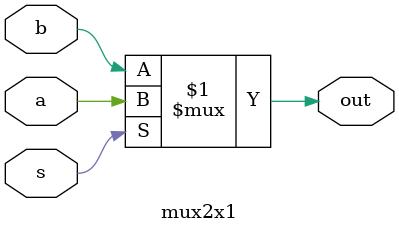
<source format=v>
module mux2x1(a,b,s, out);
  input a,b,s;
  output out;
  assign out = (s)? a: b;
endmodule


</source>
